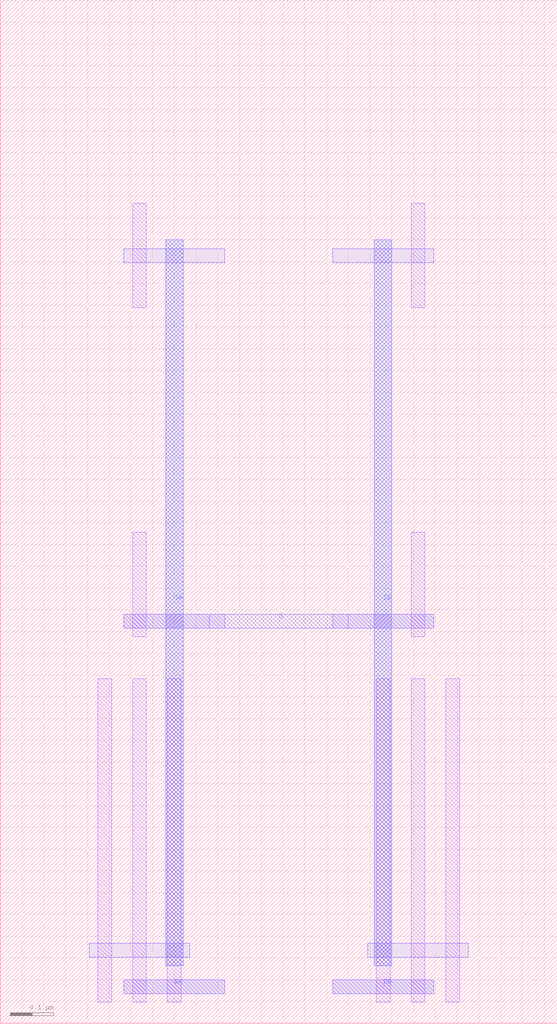
<source format=lef>
MACRO CMC_S_PMOS_70942995
  ORIGIN 0 0 ;
  FOREIGN CMC_S_PMOS_70942995 0 0 ;
  SIZE 1.28 BY 2.352 ;
  PIN DA
    DIRECTION INOUT ;
    USE SIGNAL ;
    PORT 
      LAYER M2 ;
        RECT 0.284 0.068 0.516 0.1 ;
    END
  END DA
  PIN G
    DIRECTION INOUT ;
    USE SIGNAL ;
    PORT 
      LAYER M2 ;
        RECT 0.284 0.908 0.516 0.94 ;
      LAYER M2 ;
        RECT 0.764 0.908 0.996 0.94 ;
      LAYER M2 ;
        RECT 0.48 0.908 0.8 0.94 ;
    END
  END G
  PIN SA
    DIRECTION INOUT ;
    USE SIGNAL ;
    PORT 
      LAYER M3 ;
        RECT 0.38 0.132 0.42 1.8 ;
    END
  END SA
  PIN DB
    DIRECTION INOUT ;
    USE SIGNAL ;
    PORT 
      LAYER M2 ;
        RECT 0.764 0.068 0.996 0.1 ;
    END
  END DB
  PIN SB
    DIRECTION INOUT ;
    USE SIGNAL ;
    PORT 
      LAYER M3 ;
        RECT 0.86 0.132 0.9 1.8 ;
    END
  END SB
  OBS 
  LAYER M1 ;
        RECT 0.304 0.048 0.336 0.792 ;
  LAYER M1 ;
        RECT 0.304 0.888 0.336 1.128 ;
  LAYER M1 ;
        RECT 0.304 1.644 0.336 1.884 ;
  LAYER M1 ;
        RECT 0.384 0.048 0.416 0.792 ;
  LAYER M1 ;
        RECT 0.224 0.048 0.256 0.792 ;
  LAYER M2 ;
        RECT 0.284 1.748 0.516 1.78 ;
  LAYER M2 ;
        RECT 0.204 0.152 0.436 0.184 ;
  LAYER M2 ;
        RECT 0.284 0.068 0.516 0.1 ;
  LAYER M2 ;
        RECT 0.284 0.908 0.516 0.94 ;
  LAYER M3 ;
        RECT 0.38 0.132 0.42 1.8 ;
  LAYER M1 ;
        RECT 0.944 0.048 0.976 0.792 ;
  LAYER M1 ;
        RECT 0.944 0.888 0.976 1.128 ;
  LAYER M1 ;
        RECT 0.944 1.644 0.976 1.884 ;
  LAYER M1 ;
        RECT 0.864 0.048 0.896 0.792 ;
  LAYER M1 ;
        RECT 1.024 0.048 1.056 0.792 ;
  LAYER M2 ;
        RECT 0.764 1.748 0.996 1.78 ;
  LAYER M2 ;
        RECT 0.844 0.152 1.076 0.184 ;
  LAYER M2 ;
        RECT 0.764 0.068 0.996 0.1 ;
  LAYER M2 ;
        RECT 0.764 0.908 0.996 0.94 ;
  LAYER M3 ;
        RECT 0.86 0.132 0.9 1.8 ;
  END 
END CMC_S_PMOS_70942995

</source>
